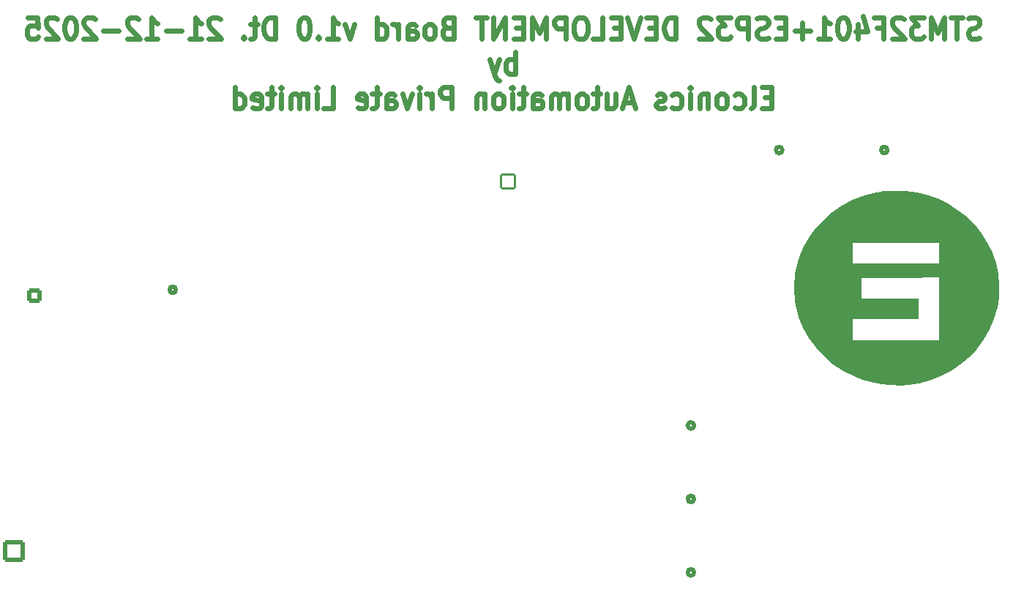
<source format=gbo>
%TF.GenerationSoftware,KiCad,Pcbnew,9.0.3*%
%TF.CreationDate,2025-12-27T22:41:26+05:30*%
%TF.ProjectId,STM32+ESP32,53544d33-322b-4455-9350-33322e6b6963,rev?*%
%TF.SameCoordinates,Original*%
%TF.FileFunction,Legend,Bot*%
%TF.FilePolarity,Positive*%
%FSLAX46Y46*%
G04 Gerber Fmt 4.6, Leading zero omitted, Abs format (unit mm)*
G04 Created by KiCad (PCBNEW 9.0.3) date 2025-12-27 22:41:26*
%MOMM*%
%LPD*%
G01*
G04 APERTURE LIST*
G04 Aperture macros list*
%AMRoundRect*
0 Rectangle with rounded corners*
0 $1 Rounding radius*
0 $2 $3 $4 $5 $6 $7 $8 $9 X,Y pos of 4 corners*
0 Add a 4 corners polygon primitive as box body*
4,1,4,$2,$3,$4,$5,$6,$7,$8,$9,$2,$3,0*
0 Add four circle primitives for the rounded corners*
1,1,$1+$1,$2,$3*
1,1,$1+$1,$4,$5*
1,1,$1+$1,$6,$7*
1,1,$1+$1,$8,$9*
0 Add four rect primitives between the rounded corners*
20,1,$1+$1,$2,$3,$4,$5,0*
20,1,$1+$1,$4,$5,$6,$7,0*
20,1,$1+$1,$6,$7,$8,$9,0*
20,1,$1+$1,$8,$9,$2,$3,0*%
G04 Aperture macros list end*
%ADD10C,0.575000*%
%ADD11C,0.508000*%
%ADD12C,0.000000*%
%ADD13O,1.152400X2.352400*%
%ADD14O,1.152400X1.952400*%
%ADD15R,1.700000X1.700000*%
%ADD16C,1.700000*%
%ADD17C,3.600000*%
%ADD18C,6.400000*%
%ADD19RoundRect,0.102000X0.790000X0.790000X-0.790000X0.790000X-0.790000X-0.790000X0.790000X-0.790000X0*%
%ADD20C,1.784000*%
%ADD21C,1.500000*%
%ADD22C,1.000000*%
%ADD23O,0.890000X1.550000*%
%ADD24O,1.250000X0.950000*%
%ADD25C,1.114000*%
%ADD26RoundRect,0.250000X-1.050000X1.050000X-1.050000X-1.050000X1.050000X-1.050000X1.050000X1.050000X0*%
%ADD27C,2.600000*%
%ADD28RoundRect,0.250000X0.600000X0.600000X-0.600000X0.600000X-0.600000X-0.600000X0.600000X-0.600000X0*%
%ADD29R,2.000000X2.000000*%
%ADD30C,2.000000*%
%ADD31C,1.440000*%
G04 APERTURE END LIST*
D10*
X266790473Y-183995380D02*
X266461902Y-184114427D01*
X266461902Y-184114427D02*
X265914283Y-184114427D01*
X265914283Y-184114427D02*
X265695235Y-183995380D01*
X265695235Y-183995380D02*
X265585711Y-183876332D01*
X265585711Y-183876332D02*
X265476188Y-183638237D01*
X265476188Y-183638237D02*
X265476188Y-183400141D01*
X265476188Y-183400141D02*
X265585711Y-183162046D01*
X265585711Y-183162046D02*
X265695235Y-183042999D01*
X265695235Y-183042999D02*
X265914283Y-182923951D01*
X265914283Y-182923951D02*
X266352378Y-182804903D01*
X266352378Y-182804903D02*
X266571426Y-182685856D01*
X266571426Y-182685856D02*
X266680949Y-182566808D01*
X266680949Y-182566808D02*
X266790473Y-182328713D01*
X266790473Y-182328713D02*
X266790473Y-182090618D01*
X266790473Y-182090618D02*
X266680949Y-181852522D01*
X266680949Y-181852522D02*
X266571426Y-181733475D01*
X266571426Y-181733475D02*
X266352378Y-181614427D01*
X266352378Y-181614427D02*
X265804759Y-181614427D01*
X265804759Y-181614427D02*
X265476188Y-181733475D01*
X264819045Y-181614427D02*
X263504759Y-181614427D01*
X264161902Y-184114427D02*
X264161902Y-181614427D01*
X262738092Y-184114427D02*
X262738092Y-181614427D01*
X262738092Y-181614427D02*
X261971426Y-183400141D01*
X261971426Y-183400141D02*
X261204759Y-181614427D01*
X261204759Y-181614427D02*
X261204759Y-184114427D01*
X260328569Y-181614427D02*
X258904760Y-181614427D01*
X258904760Y-181614427D02*
X259671426Y-182566808D01*
X259671426Y-182566808D02*
X259342855Y-182566808D01*
X259342855Y-182566808D02*
X259123807Y-182685856D01*
X259123807Y-182685856D02*
X259014283Y-182804903D01*
X259014283Y-182804903D02*
X258904760Y-183042999D01*
X258904760Y-183042999D02*
X258904760Y-183638237D01*
X258904760Y-183638237D02*
X259014283Y-183876332D01*
X259014283Y-183876332D02*
X259123807Y-183995380D01*
X259123807Y-183995380D02*
X259342855Y-184114427D01*
X259342855Y-184114427D02*
X259999998Y-184114427D01*
X259999998Y-184114427D02*
X260219045Y-183995380D01*
X260219045Y-183995380D02*
X260328569Y-183876332D01*
X258028569Y-181852522D02*
X257919045Y-181733475D01*
X257919045Y-181733475D02*
X257699998Y-181614427D01*
X257699998Y-181614427D02*
X257152379Y-181614427D01*
X257152379Y-181614427D02*
X256933331Y-181733475D01*
X256933331Y-181733475D02*
X256823807Y-181852522D01*
X256823807Y-181852522D02*
X256714284Y-182090618D01*
X256714284Y-182090618D02*
X256714284Y-182328713D01*
X256714284Y-182328713D02*
X256823807Y-182685856D01*
X256823807Y-182685856D02*
X258138093Y-184114427D01*
X258138093Y-184114427D02*
X256714284Y-184114427D01*
X254961903Y-182804903D02*
X255728569Y-182804903D01*
X255728569Y-184114427D02*
X255728569Y-181614427D01*
X255728569Y-181614427D02*
X254633331Y-181614427D01*
X252771426Y-182447760D02*
X252771426Y-184114427D01*
X253319045Y-181495380D02*
X253866664Y-183281094D01*
X253866664Y-183281094D02*
X252442855Y-183281094D01*
X251128569Y-181614427D02*
X250909522Y-181614427D01*
X250909522Y-181614427D02*
X250690474Y-181733475D01*
X250690474Y-181733475D02*
X250580950Y-181852522D01*
X250580950Y-181852522D02*
X250471426Y-182090618D01*
X250471426Y-182090618D02*
X250361903Y-182566808D01*
X250361903Y-182566808D02*
X250361903Y-183162046D01*
X250361903Y-183162046D02*
X250471426Y-183638237D01*
X250471426Y-183638237D02*
X250580950Y-183876332D01*
X250580950Y-183876332D02*
X250690474Y-183995380D01*
X250690474Y-183995380D02*
X250909522Y-184114427D01*
X250909522Y-184114427D02*
X251128569Y-184114427D01*
X251128569Y-184114427D02*
X251347617Y-183995380D01*
X251347617Y-183995380D02*
X251457141Y-183876332D01*
X251457141Y-183876332D02*
X251566664Y-183638237D01*
X251566664Y-183638237D02*
X251676188Y-183162046D01*
X251676188Y-183162046D02*
X251676188Y-182566808D01*
X251676188Y-182566808D02*
X251566664Y-182090618D01*
X251566664Y-182090618D02*
X251457141Y-181852522D01*
X251457141Y-181852522D02*
X251347617Y-181733475D01*
X251347617Y-181733475D02*
X251128569Y-181614427D01*
X248171427Y-184114427D02*
X249485712Y-184114427D01*
X248828569Y-184114427D02*
X248828569Y-181614427D01*
X248828569Y-181614427D02*
X249047617Y-181971570D01*
X249047617Y-181971570D02*
X249266665Y-182209665D01*
X249266665Y-182209665D02*
X249485712Y-182328713D01*
X247185712Y-183162046D02*
X245433332Y-183162046D01*
X246309522Y-184114427D02*
X246309522Y-182209665D01*
X244338093Y-182804903D02*
X243571427Y-182804903D01*
X243242855Y-184114427D02*
X244338093Y-184114427D01*
X244338093Y-184114427D02*
X244338093Y-181614427D01*
X244338093Y-181614427D02*
X243242855Y-181614427D01*
X242366665Y-183995380D02*
X242038094Y-184114427D01*
X242038094Y-184114427D02*
X241490475Y-184114427D01*
X241490475Y-184114427D02*
X241271427Y-183995380D01*
X241271427Y-183995380D02*
X241161903Y-183876332D01*
X241161903Y-183876332D02*
X241052380Y-183638237D01*
X241052380Y-183638237D02*
X241052380Y-183400141D01*
X241052380Y-183400141D02*
X241161903Y-183162046D01*
X241161903Y-183162046D02*
X241271427Y-183042999D01*
X241271427Y-183042999D02*
X241490475Y-182923951D01*
X241490475Y-182923951D02*
X241928570Y-182804903D01*
X241928570Y-182804903D02*
X242147618Y-182685856D01*
X242147618Y-182685856D02*
X242257141Y-182566808D01*
X242257141Y-182566808D02*
X242366665Y-182328713D01*
X242366665Y-182328713D02*
X242366665Y-182090618D01*
X242366665Y-182090618D02*
X242257141Y-181852522D01*
X242257141Y-181852522D02*
X242147618Y-181733475D01*
X242147618Y-181733475D02*
X241928570Y-181614427D01*
X241928570Y-181614427D02*
X241380951Y-181614427D01*
X241380951Y-181614427D02*
X241052380Y-181733475D01*
X240066665Y-184114427D02*
X240066665Y-181614427D01*
X240066665Y-181614427D02*
X239190475Y-181614427D01*
X239190475Y-181614427D02*
X238971427Y-181733475D01*
X238971427Y-181733475D02*
X238861904Y-181852522D01*
X238861904Y-181852522D02*
X238752380Y-182090618D01*
X238752380Y-182090618D02*
X238752380Y-182447760D01*
X238752380Y-182447760D02*
X238861904Y-182685856D01*
X238861904Y-182685856D02*
X238971427Y-182804903D01*
X238971427Y-182804903D02*
X239190475Y-182923951D01*
X239190475Y-182923951D02*
X240066665Y-182923951D01*
X237985713Y-181614427D02*
X236561904Y-181614427D01*
X236561904Y-181614427D02*
X237328570Y-182566808D01*
X237328570Y-182566808D02*
X236999999Y-182566808D01*
X236999999Y-182566808D02*
X236780951Y-182685856D01*
X236780951Y-182685856D02*
X236671427Y-182804903D01*
X236671427Y-182804903D02*
X236561904Y-183042999D01*
X236561904Y-183042999D02*
X236561904Y-183638237D01*
X236561904Y-183638237D02*
X236671427Y-183876332D01*
X236671427Y-183876332D02*
X236780951Y-183995380D01*
X236780951Y-183995380D02*
X236999999Y-184114427D01*
X236999999Y-184114427D02*
X237657142Y-184114427D01*
X237657142Y-184114427D02*
X237876189Y-183995380D01*
X237876189Y-183995380D02*
X237985713Y-183876332D01*
X235685713Y-181852522D02*
X235576189Y-181733475D01*
X235576189Y-181733475D02*
X235357142Y-181614427D01*
X235357142Y-181614427D02*
X234809523Y-181614427D01*
X234809523Y-181614427D02*
X234590475Y-181733475D01*
X234590475Y-181733475D02*
X234480951Y-181852522D01*
X234480951Y-181852522D02*
X234371428Y-182090618D01*
X234371428Y-182090618D02*
X234371428Y-182328713D01*
X234371428Y-182328713D02*
X234480951Y-182685856D01*
X234480951Y-182685856D02*
X235795237Y-184114427D01*
X235795237Y-184114427D02*
X234371428Y-184114427D01*
X231633332Y-184114427D02*
X231633332Y-181614427D01*
X231633332Y-181614427D02*
X231085713Y-181614427D01*
X231085713Y-181614427D02*
X230757142Y-181733475D01*
X230757142Y-181733475D02*
X230538094Y-181971570D01*
X230538094Y-181971570D02*
X230428571Y-182209665D01*
X230428571Y-182209665D02*
X230319047Y-182685856D01*
X230319047Y-182685856D02*
X230319047Y-183042999D01*
X230319047Y-183042999D02*
X230428571Y-183519189D01*
X230428571Y-183519189D02*
X230538094Y-183757284D01*
X230538094Y-183757284D02*
X230757142Y-183995380D01*
X230757142Y-183995380D02*
X231085713Y-184114427D01*
X231085713Y-184114427D02*
X231633332Y-184114427D01*
X229333332Y-182804903D02*
X228566666Y-182804903D01*
X228238094Y-184114427D02*
X229333332Y-184114427D01*
X229333332Y-184114427D02*
X229333332Y-181614427D01*
X229333332Y-181614427D02*
X228238094Y-181614427D01*
X227580952Y-181614427D02*
X226814285Y-184114427D01*
X226814285Y-184114427D02*
X226047619Y-181614427D01*
X225280951Y-182804903D02*
X224514285Y-182804903D01*
X224185713Y-184114427D02*
X225280951Y-184114427D01*
X225280951Y-184114427D02*
X225280951Y-181614427D01*
X225280951Y-181614427D02*
X224185713Y-181614427D01*
X222104761Y-184114427D02*
X223199999Y-184114427D01*
X223199999Y-184114427D02*
X223199999Y-181614427D01*
X220899999Y-181614427D02*
X220461904Y-181614427D01*
X220461904Y-181614427D02*
X220242856Y-181733475D01*
X220242856Y-181733475D02*
X220023809Y-181971570D01*
X220023809Y-181971570D02*
X219914285Y-182447760D01*
X219914285Y-182447760D02*
X219914285Y-183281094D01*
X219914285Y-183281094D02*
X220023809Y-183757284D01*
X220023809Y-183757284D02*
X220242856Y-183995380D01*
X220242856Y-183995380D02*
X220461904Y-184114427D01*
X220461904Y-184114427D02*
X220899999Y-184114427D01*
X220899999Y-184114427D02*
X221119047Y-183995380D01*
X221119047Y-183995380D02*
X221338094Y-183757284D01*
X221338094Y-183757284D02*
X221447618Y-183281094D01*
X221447618Y-183281094D02*
X221447618Y-182447760D01*
X221447618Y-182447760D02*
X221338094Y-181971570D01*
X221338094Y-181971570D02*
X221119047Y-181733475D01*
X221119047Y-181733475D02*
X220899999Y-181614427D01*
X218928570Y-184114427D02*
X218928570Y-181614427D01*
X218928570Y-181614427D02*
X218052380Y-181614427D01*
X218052380Y-181614427D02*
X217833332Y-181733475D01*
X217833332Y-181733475D02*
X217723809Y-181852522D01*
X217723809Y-181852522D02*
X217614285Y-182090618D01*
X217614285Y-182090618D02*
X217614285Y-182447760D01*
X217614285Y-182447760D02*
X217723809Y-182685856D01*
X217723809Y-182685856D02*
X217833332Y-182804903D01*
X217833332Y-182804903D02*
X218052380Y-182923951D01*
X218052380Y-182923951D02*
X218928570Y-182923951D01*
X216628570Y-184114427D02*
X216628570Y-181614427D01*
X216628570Y-181614427D02*
X215861904Y-183400141D01*
X215861904Y-183400141D02*
X215095237Y-181614427D01*
X215095237Y-181614427D02*
X215095237Y-184114427D01*
X213999999Y-182804903D02*
X213233333Y-182804903D01*
X212904761Y-184114427D02*
X213999999Y-184114427D01*
X213999999Y-184114427D02*
X213999999Y-181614427D01*
X213999999Y-181614427D02*
X212904761Y-181614427D01*
X211919047Y-184114427D02*
X211919047Y-181614427D01*
X211919047Y-181614427D02*
X210604762Y-184114427D01*
X210604762Y-184114427D02*
X210604762Y-181614427D01*
X209838095Y-181614427D02*
X208523809Y-181614427D01*
X209180952Y-184114427D02*
X209180952Y-181614427D01*
X205238095Y-182804903D02*
X204909523Y-182923951D01*
X204909523Y-182923951D02*
X204800000Y-183042999D01*
X204800000Y-183042999D02*
X204690476Y-183281094D01*
X204690476Y-183281094D02*
X204690476Y-183638237D01*
X204690476Y-183638237D02*
X204800000Y-183876332D01*
X204800000Y-183876332D02*
X204909523Y-183995380D01*
X204909523Y-183995380D02*
X205128571Y-184114427D01*
X205128571Y-184114427D02*
X206004761Y-184114427D01*
X206004761Y-184114427D02*
X206004761Y-181614427D01*
X206004761Y-181614427D02*
X205238095Y-181614427D01*
X205238095Y-181614427D02*
X205019047Y-181733475D01*
X205019047Y-181733475D02*
X204909523Y-181852522D01*
X204909523Y-181852522D02*
X204800000Y-182090618D01*
X204800000Y-182090618D02*
X204800000Y-182328713D01*
X204800000Y-182328713D02*
X204909523Y-182566808D01*
X204909523Y-182566808D02*
X205019047Y-182685856D01*
X205019047Y-182685856D02*
X205238095Y-182804903D01*
X205238095Y-182804903D02*
X206004761Y-182804903D01*
X203376190Y-184114427D02*
X203595238Y-183995380D01*
X203595238Y-183995380D02*
X203704761Y-183876332D01*
X203704761Y-183876332D02*
X203814285Y-183638237D01*
X203814285Y-183638237D02*
X203814285Y-182923951D01*
X203814285Y-182923951D02*
X203704761Y-182685856D01*
X203704761Y-182685856D02*
X203595238Y-182566808D01*
X203595238Y-182566808D02*
X203376190Y-182447760D01*
X203376190Y-182447760D02*
X203047619Y-182447760D01*
X203047619Y-182447760D02*
X202828571Y-182566808D01*
X202828571Y-182566808D02*
X202719047Y-182685856D01*
X202719047Y-182685856D02*
X202609523Y-182923951D01*
X202609523Y-182923951D02*
X202609523Y-183638237D01*
X202609523Y-183638237D02*
X202719047Y-183876332D01*
X202719047Y-183876332D02*
X202828571Y-183995380D01*
X202828571Y-183995380D02*
X203047619Y-184114427D01*
X203047619Y-184114427D02*
X203376190Y-184114427D01*
X200638095Y-184114427D02*
X200638095Y-182804903D01*
X200638095Y-182804903D02*
X200747619Y-182566808D01*
X200747619Y-182566808D02*
X200966667Y-182447760D01*
X200966667Y-182447760D02*
X201404762Y-182447760D01*
X201404762Y-182447760D02*
X201623809Y-182566808D01*
X200638095Y-183995380D02*
X200857143Y-184114427D01*
X200857143Y-184114427D02*
X201404762Y-184114427D01*
X201404762Y-184114427D02*
X201623809Y-183995380D01*
X201623809Y-183995380D02*
X201733333Y-183757284D01*
X201733333Y-183757284D02*
X201733333Y-183519189D01*
X201733333Y-183519189D02*
X201623809Y-183281094D01*
X201623809Y-183281094D02*
X201404762Y-183162046D01*
X201404762Y-183162046D02*
X200857143Y-183162046D01*
X200857143Y-183162046D02*
X200638095Y-183042999D01*
X199542857Y-184114427D02*
X199542857Y-182447760D01*
X199542857Y-182923951D02*
X199433334Y-182685856D01*
X199433334Y-182685856D02*
X199323810Y-182566808D01*
X199323810Y-182566808D02*
X199104762Y-182447760D01*
X199104762Y-182447760D02*
X198885715Y-182447760D01*
X197133333Y-184114427D02*
X197133333Y-181614427D01*
X197133333Y-183995380D02*
X197352381Y-184114427D01*
X197352381Y-184114427D02*
X197790476Y-184114427D01*
X197790476Y-184114427D02*
X198009524Y-183995380D01*
X198009524Y-183995380D02*
X198119047Y-183876332D01*
X198119047Y-183876332D02*
X198228571Y-183638237D01*
X198228571Y-183638237D02*
X198228571Y-182923951D01*
X198228571Y-182923951D02*
X198119047Y-182685856D01*
X198119047Y-182685856D02*
X198009524Y-182566808D01*
X198009524Y-182566808D02*
X197790476Y-182447760D01*
X197790476Y-182447760D02*
X197352381Y-182447760D01*
X197352381Y-182447760D02*
X197133333Y-182566808D01*
X194504762Y-182447760D02*
X193957143Y-184114427D01*
X193957143Y-184114427D02*
X193409524Y-182447760D01*
X191328572Y-184114427D02*
X192642857Y-184114427D01*
X191985714Y-184114427D02*
X191985714Y-181614427D01*
X191985714Y-181614427D02*
X192204762Y-181971570D01*
X192204762Y-181971570D02*
X192423810Y-182209665D01*
X192423810Y-182209665D02*
X192642857Y-182328713D01*
X190342857Y-183876332D02*
X190233334Y-183995380D01*
X190233334Y-183995380D02*
X190342857Y-184114427D01*
X190342857Y-184114427D02*
X190452381Y-183995380D01*
X190452381Y-183995380D02*
X190342857Y-183876332D01*
X190342857Y-183876332D02*
X190342857Y-184114427D01*
X188809524Y-181614427D02*
X188590477Y-181614427D01*
X188590477Y-181614427D02*
X188371429Y-181733475D01*
X188371429Y-181733475D02*
X188261905Y-181852522D01*
X188261905Y-181852522D02*
X188152381Y-182090618D01*
X188152381Y-182090618D02*
X188042858Y-182566808D01*
X188042858Y-182566808D02*
X188042858Y-183162046D01*
X188042858Y-183162046D02*
X188152381Y-183638237D01*
X188152381Y-183638237D02*
X188261905Y-183876332D01*
X188261905Y-183876332D02*
X188371429Y-183995380D01*
X188371429Y-183995380D02*
X188590477Y-184114427D01*
X188590477Y-184114427D02*
X188809524Y-184114427D01*
X188809524Y-184114427D02*
X189028572Y-183995380D01*
X189028572Y-183995380D02*
X189138096Y-183876332D01*
X189138096Y-183876332D02*
X189247619Y-183638237D01*
X189247619Y-183638237D02*
X189357143Y-183162046D01*
X189357143Y-183162046D02*
X189357143Y-182566808D01*
X189357143Y-182566808D02*
X189247619Y-182090618D01*
X189247619Y-182090618D02*
X189138096Y-181852522D01*
X189138096Y-181852522D02*
X189028572Y-181733475D01*
X189028572Y-181733475D02*
X188809524Y-181614427D01*
X185304762Y-184114427D02*
X185304762Y-181614427D01*
X185304762Y-181614427D02*
X184757143Y-181614427D01*
X184757143Y-181614427D02*
X184428572Y-181733475D01*
X184428572Y-181733475D02*
X184209524Y-181971570D01*
X184209524Y-181971570D02*
X184100001Y-182209665D01*
X184100001Y-182209665D02*
X183990477Y-182685856D01*
X183990477Y-182685856D02*
X183990477Y-183042999D01*
X183990477Y-183042999D02*
X184100001Y-183519189D01*
X184100001Y-183519189D02*
X184209524Y-183757284D01*
X184209524Y-183757284D02*
X184428572Y-183995380D01*
X184428572Y-183995380D02*
X184757143Y-184114427D01*
X184757143Y-184114427D02*
X185304762Y-184114427D01*
X183333334Y-182447760D02*
X182457143Y-182447760D01*
X183004762Y-181614427D02*
X183004762Y-183757284D01*
X183004762Y-183757284D02*
X182895239Y-183995380D01*
X182895239Y-183995380D02*
X182676191Y-184114427D01*
X182676191Y-184114427D02*
X182457143Y-184114427D01*
X181690476Y-183876332D02*
X181580953Y-183995380D01*
X181580953Y-183995380D02*
X181690476Y-184114427D01*
X181690476Y-184114427D02*
X181800000Y-183995380D01*
X181800000Y-183995380D02*
X181690476Y-183876332D01*
X181690476Y-183876332D02*
X181690476Y-184114427D01*
X178952381Y-181852522D02*
X178842857Y-181733475D01*
X178842857Y-181733475D02*
X178623810Y-181614427D01*
X178623810Y-181614427D02*
X178076191Y-181614427D01*
X178076191Y-181614427D02*
X177857143Y-181733475D01*
X177857143Y-181733475D02*
X177747619Y-181852522D01*
X177747619Y-181852522D02*
X177638096Y-182090618D01*
X177638096Y-182090618D02*
X177638096Y-182328713D01*
X177638096Y-182328713D02*
X177747619Y-182685856D01*
X177747619Y-182685856D02*
X179061905Y-184114427D01*
X179061905Y-184114427D02*
X177638096Y-184114427D01*
X175447620Y-184114427D02*
X176761905Y-184114427D01*
X176104762Y-184114427D02*
X176104762Y-181614427D01*
X176104762Y-181614427D02*
X176323810Y-181971570D01*
X176323810Y-181971570D02*
X176542858Y-182209665D01*
X176542858Y-182209665D02*
X176761905Y-182328713D01*
X174461905Y-183162046D02*
X172709525Y-183162046D01*
X170409525Y-184114427D02*
X171723810Y-184114427D01*
X171066667Y-184114427D02*
X171066667Y-181614427D01*
X171066667Y-181614427D02*
X171285715Y-181971570D01*
X171285715Y-181971570D02*
X171504763Y-182209665D01*
X171504763Y-182209665D02*
X171723810Y-182328713D01*
X169533334Y-181852522D02*
X169423810Y-181733475D01*
X169423810Y-181733475D02*
X169204763Y-181614427D01*
X169204763Y-181614427D02*
X168657144Y-181614427D01*
X168657144Y-181614427D02*
X168438096Y-181733475D01*
X168438096Y-181733475D02*
X168328572Y-181852522D01*
X168328572Y-181852522D02*
X168219049Y-182090618D01*
X168219049Y-182090618D02*
X168219049Y-182328713D01*
X168219049Y-182328713D02*
X168328572Y-182685856D01*
X168328572Y-182685856D02*
X169642858Y-184114427D01*
X169642858Y-184114427D02*
X168219049Y-184114427D01*
X167233334Y-183162046D02*
X165480954Y-183162046D01*
X164495239Y-181852522D02*
X164385715Y-181733475D01*
X164385715Y-181733475D02*
X164166668Y-181614427D01*
X164166668Y-181614427D02*
X163619049Y-181614427D01*
X163619049Y-181614427D02*
X163400001Y-181733475D01*
X163400001Y-181733475D02*
X163290477Y-181852522D01*
X163290477Y-181852522D02*
X163180954Y-182090618D01*
X163180954Y-182090618D02*
X163180954Y-182328713D01*
X163180954Y-182328713D02*
X163290477Y-182685856D01*
X163290477Y-182685856D02*
X164604763Y-184114427D01*
X164604763Y-184114427D02*
X163180954Y-184114427D01*
X161757144Y-181614427D02*
X161538097Y-181614427D01*
X161538097Y-181614427D02*
X161319049Y-181733475D01*
X161319049Y-181733475D02*
X161209525Y-181852522D01*
X161209525Y-181852522D02*
X161100001Y-182090618D01*
X161100001Y-182090618D02*
X160990478Y-182566808D01*
X160990478Y-182566808D02*
X160990478Y-183162046D01*
X160990478Y-183162046D02*
X161100001Y-183638237D01*
X161100001Y-183638237D02*
X161209525Y-183876332D01*
X161209525Y-183876332D02*
X161319049Y-183995380D01*
X161319049Y-183995380D02*
X161538097Y-184114427D01*
X161538097Y-184114427D02*
X161757144Y-184114427D01*
X161757144Y-184114427D02*
X161976192Y-183995380D01*
X161976192Y-183995380D02*
X162085716Y-183876332D01*
X162085716Y-183876332D02*
X162195239Y-183638237D01*
X162195239Y-183638237D02*
X162304763Y-183162046D01*
X162304763Y-183162046D02*
X162304763Y-182566808D01*
X162304763Y-182566808D02*
X162195239Y-182090618D01*
X162195239Y-182090618D02*
X162085716Y-181852522D01*
X162085716Y-181852522D02*
X161976192Y-181733475D01*
X161976192Y-181733475D02*
X161757144Y-181614427D01*
X160114287Y-181852522D02*
X160004763Y-181733475D01*
X160004763Y-181733475D02*
X159785716Y-181614427D01*
X159785716Y-181614427D02*
X159238097Y-181614427D01*
X159238097Y-181614427D02*
X159019049Y-181733475D01*
X159019049Y-181733475D02*
X158909525Y-181852522D01*
X158909525Y-181852522D02*
X158800002Y-182090618D01*
X158800002Y-182090618D02*
X158800002Y-182328713D01*
X158800002Y-182328713D02*
X158909525Y-182685856D01*
X158909525Y-182685856D02*
X160223811Y-184114427D01*
X160223811Y-184114427D02*
X158800002Y-184114427D01*
X156719049Y-181614427D02*
X157814287Y-181614427D01*
X157814287Y-181614427D02*
X157923811Y-182804903D01*
X157923811Y-182804903D02*
X157814287Y-182685856D01*
X157814287Y-182685856D02*
X157595240Y-182566808D01*
X157595240Y-182566808D02*
X157047621Y-182566808D01*
X157047621Y-182566808D02*
X156828573Y-182685856D01*
X156828573Y-182685856D02*
X156719049Y-182804903D01*
X156719049Y-182804903D02*
X156609526Y-183042999D01*
X156609526Y-183042999D02*
X156609526Y-183638237D01*
X156609526Y-183638237D02*
X156719049Y-183876332D01*
X156719049Y-183876332D02*
X156828573Y-183995380D01*
X156828573Y-183995380D02*
X157047621Y-184114427D01*
X157047621Y-184114427D02*
X157595240Y-184114427D01*
X157595240Y-184114427D02*
X157814287Y-183995380D01*
X157814287Y-183995380D02*
X157923811Y-183876332D01*
X213069046Y-188139287D02*
X213069046Y-185639287D01*
X213069046Y-186591668D02*
X212849999Y-186472620D01*
X212849999Y-186472620D02*
X212411904Y-186472620D01*
X212411904Y-186472620D02*
X212192856Y-186591668D01*
X212192856Y-186591668D02*
X212083332Y-186710716D01*
X212083332Y-186710716D02*
X211973808Y-186948811D01*
X211973808Y-186948811D02*
X211973808Y-187663097D01*
X211973808Y-187663097D02*
X212083332Y-187901192D01*
X212083332Y-187901192D02*
X212192856Y-188020240D01*
X212192856Y-188020240D02*
X212411904Y-188139287D01*
X212411904Y-188139287D02*
X212849999Y-188139287D01*
X212849999Y-188139287D02*
X213069046Y-188020240D01*
X211207142Y-186472620D02*
X210659523Y-188139287D01*
X210111904Y-186472620D02*
X210659523Y-188139287D01*
X210659523Y-188139287D02*
X210878571Y-188734525D01*
X210878571Y-188734525D02*
X210988094Y-188853573D01*
X210988094Y-188853573D02*
X211207142Y-188972620D01*
X242749999Y-190854623D02*
X241983333Y-190854623D01*
X241654761Y-192164147D02*
X242749999Y-192164147D01*
X242749999Y-192164147D02*
X242749999Y-189664147D01*
X242749999Y-189664147D02*
X241654761Y-189664147D01*
X240340476Y-192164147D02*
X240559524Y-192045100D01*
X240559524Y-192045100D02*
X240669047Y-191807004D01*
X240669047Y-191807004D02*
X240669047Y-189664147D01*
X238478571Y-192045100D02*
X238697619Y-192164147D01*
X238697619Y-192164147D02*
X239135714Y-192164147D01*
X239135714Y-192164147D02*
X239354762Y-192045100D01*
X239354762Y-192045100D02*
X239464285Y-191926052D01*
X239464285Y-191926052D02*
X239573809Y-191687957D01*
X239573809Y-191687957D02*
X239573809Y-190973671D01*
X239573809Y-190973671D02*
X239464285Y-190735576D01*
X239464285Y-190735576D02*
X239354762Y-190616528D01*
X239354762Y-190616528D02*
X239135714Y-190497480D01*
X239135714Y-190497480D02*
X238697619Y-190497480D01*
X238697619Y-190497480D02*
X238478571Y-190616528D01*
X237164285Y-192164147D02*
X237383333Y-192045100D01*
X237383333Y-192045100D02*
X237492856Y-191926052D01*
X237492856Y-191926052D02*
X237602380Y-191687957D01*
X237602380Y-191687957D02*
X237602380Y-190973671D01*
X237602380Y-190973671D02*
X237492856Y-190735576D01*
X237492856Y-190735576D02*
X237383333Y-190616528D01*
X237383333Y-190616528D02*
X237164285Y-190497480D01*
X237164285Y-190497480D02*
X236835714Y-190497480D01*
X236835714Y-190497480D02*
X236616666Y-190616528D01*
X236616666Y-190616528D02*
X236507142Y-190735576D01*
X236507142Y-190735576D02*
X236397618Y-190973671D01*
X236397618Y-190973671D02*
X236397618Y-191687957D01*
X236397618Y-191687957D02*
X236507142Y-191926052D01*
X236507142Y-191926052D02*
X236616666Y-192045100D01*
X236616666Y-192045100D02*
X236835714Y-192164147D01*
X236835714Y-192164147D02*
X237164285Y-192164147D01*
X235411904Y-190497480D02*
X235411904Y-192164147D01*
X235411904Y-190735576D02*
X235302381Y-190616528D01*
X235302381Y-190616528D02*
X235083333Y-190497480D01*
X235083333Y-190497480D02*
X234754762Y-190497480D01*
X234754762Y-190497480D02*
X234535714Y-190616528D01*
X234535714Y-190616528D02*
X234426190Y-190854623D01*
X234426190Y-190854623D02*
X234426190Y-192164147D01*
X233330952Y-192164147D02*
X233330952Y-190497480D01*
X233330952Y-189664147D02*
X233440476Y-189783195D01*
X233440476Y-189783195D02*
X233330952Y-189902242D01*
X233330952Y-189902242D02*
X233221429Y-189783195D01*
X233221429Y-189783195D02*
X233330952Y-189664147D01*
X233330952Y-189664147D02*
X233330952Y-189902242D01*
X231250000Y-192045100D02*
X231469048Y-192164147D01*
X231469048Y-192164147D02*
X231907143Y-192164147D01*
X231907143Y-192164147D02*
X232126191Y-192045100D01*
X232126191Y-192045100D02*
X232235714Y-191926052D01*
X232235714Y-191926052D02*
X232345238Y-191687957D01*
X232345238Y-191687957D02*
X232345238Y-190973671D01*
X232345238Y-190973671D02*
X232235714Y-190735576D01*
X232235714Y-190735576D02*
X232126191Y-190616528D01*
X232126191Y-190616528D02*
X231907143Y-190497480D01*
X231907143Y-190497480D02*
X231469048Y-190497480D01*
X231469048Y-190497480D02*
X231250000Y-190616528D01*
X230373809Y-192045100D02*
X230154762Y-192164147D01*
X230154762Y-192164147D02*
X229716666Y-192164147D01*
X229716666Y-192164147D02*
X229497619Y-192045100D01*
X229497619Y-192045100D02*
X229388095Y-191807004D01*
X229388095Y-191807004D02*
X229388095Y-191687957D01*
X229388095Y-191687957D02*
X229497619Y-191449861D01*
X229497619Y-191449861D02*
X229716666Y-191330814D01*
X229716666Y-191330814D02*
X230045238Y-191330814D01*
X230045238Y-191330814D02*
X230264285Y-191211766D01*
X230264285Y-191211766D02*
X230373809Y-190973671D01*
X230373809Y-190973671D02*
X230373809Y-190854623D01*
X230373809Y-190854623D02*
X230264285Y-190616528D01*
X230264285Y-190616528D02*
X230045238Y-190497480D01*
X230045238Y-190497480D02*
X229716666Y-190497480D01*
X229716666Y-190497480D02*
X229497619Y-190616528D01*
X226759523Y-191449861D02*
X225664285Y-191449861D01*
X226978571Y-192164147D02*
X226211904Y-189664147D01*
X226211904Y-189664147D02*
X225445238Y-192164147D01*
X223692856Y-190497480D02*
X223692856Y-192164147D01*
X224678570Y-190497480D02*
X224678570Y-191807004D01*
X224678570Y-191807004D02*
X224569047Y-192045100D01*
X224569047Y-192045100D02*
X224349999Y-192164147D01*
X224349999Y-192164147D02*
X224021428Y-192164147D01*
X224021428Y-192164147D02*
X223802380Y-192045100D01*
X223802380Y-192045100D02*
X223692856Y-191926052D01*
X222926190Y-190497480D02*
X222049999Y-190497480D01*
X222597618Y-189664147D02*
X222597618Y-191807004D01*
X222597618Y-191807004D02*
X222488095Y-192045100D01*
X222488095Y-192045100D02*
X222269047Y-192164147D01*
X222269047Y-192164147D02*
X222049999Y-192164147D01*
X220954761Y-192164147D02*
X221173809Y-192045100D01*
X221173809Y-192045100D02*
X221283332Y-191926052D01*
X221283332Y-191926052D02*
X221392856Y-191687957D01*
X221392856Y-191687957D02*
X221392856Y-190973671D01*
X221392856Y-190973671D02*
X221283332Y-190735576D01*
X221283332Y-190735576D02*
X221173809Y-190616528D01*
X221173809Y-190616528D02*
X220954761Y-190497480D01*
X220954761Y-190497480D02*
X220626190Y-190497480D01*
X220626190Y-190497480D02*
X220407142Y-190616528D01*
X220407142Y-190616528D02*
X220297618Y-190735576D01*
X220297618Y-190735576D02*
X220188094Y-190973671D01*
X220188094Y-190973671D02*
X220188094Y-191687957D01*
X220188094Y-191687957D02*
X220297618Y-191926052D01*
X220297618Y-191926052D02*
X220407142Y-192045100D01*
X220407142Y-192045100D02*
X220626190Y-192164147D01*
X220626190Y-192164147D02*
X220954761Y-192164147D01*
X219202380Y-192164147D02*
X219202380Y-190497480D01*
X219202380Y-190735576D02*
X219092857Y-190616528D01*
X219092857Y-190616528D02*
X218873809Y-190497480D01*
X218873809Y-190497480D02*
X218545238Y-190497480D01*
X218545238Y-190497480D02*
X218326190Y-190616528D01*
X218326190Y-190616528D02*
X218216666Y-190854623D01*
X218216666Y-190854623D02*
X218216666Y-192164147D01*
X218216666Y-190854623D02*
X218107142Y-190616528D01*
X218107142Y-190616528D02*
X217888095Y-190497480D01*
X217888095Y-190497480D02*
X217559523Y-190497480D01*
X217559523Y-190497480D02*
X217340476Y-190616528D01*
X217340476Y-190616528D02*
X217230952Y-190854623D01*
X217230952Y-190854623D02*
X217230952Y-192164147D01*
X215149999Y-192164147D02*
X215149999Y-190854623D01*
X215149999Y-190854623D02*
X215259523Y-190616528D01*
X215259523Y-190616528D02*
X215478571Y-190497480D01*
X215478571Y-190497480D02*
X215916666Y-190497480D01*
X215916666Y-190497480D02*
X216135713Y-190616528D01*
X215149999Y-192045100D02*
X215369047Y-192164147D01*
X215369047Y-192164147D02*
X215916666Y-192164147D01*
X215916666Y-192164147D02*
X216135713Y-192045100D01*
X216135713Y-192045100D02*
X216245237Y-191807004D01*
X216245237Y-191807004D02*
X216245237Y-191568909D01*
X216245237Y-191568909D02*
X216135713Y-191330814D01*
X216135713Y-191330814D02*
X215916666Y-191211766D01*
X215916666Y-191211766D02*
X215369047Y-191211766D01*
X215369047Y-191211766D02*
X215149999Y-191092719D01*
X214383333Y-190497480D02*
X213507142Y-190497480D01*
X214054761Y-189664147D02*
X214054761Y-191807004D01*
X214054761Y-191807004D02*
X213945238Y-192045100D01*
X213945238Y-192045100D02*
X213726190Y-192164147D01*
X213726190Y-192164147D02*
X213507142Y-192164147D01*
X212740475Y-192164147D02*
X212740475Y-190497480D01*
X212740475Y-189664147D02*
X212849999Y-189783195D01*
X212849999Y-189783195D02*
X212740475Y-189902242D01*
X212740475Y-189902242D02*
X212630952Y-189783195D01*
X212630952Y-189783195D02*
X212740475Y-189664147D01*
X212740475Y-189664147D02*
X212740475Y-189902242D01*
X211316666Y-192164147D02*
X211535714Y-192045100D01*
X211535714Y-192045100D02*
X211645237Y-191926052D01*
X211645237Y-191926052D02*
X211754761Y-191687957D01*
X211754761Y-191687957D02*
X211754761Y-190973671D01*
X211754761Y-190973671D02*
X211645237Y-190735576D01*
X211645237Y-190735576D02*
X211535714Y-190616528D01*
X211535714Y-190616528D02*
X211316666Y-190497480D01*
X211316666Y-190497480D02*
X210988095Y-190497480D01*
X210988095Y-190497480D02*
X210769047Y-190616528D01*
X210769047Y-190616528D02*
X210659523Y-190735576D01*
X210659523Y-190735576D02*
X210549999Y-190973671D01*
X210549999Y-190973671D02*
X210549999Y-191687957D01*
X210549999Y-191687957D02*
X210659523Y-191926052D01*
X210659523Y-191926052D02*
X210769047Y-192045100D01*
X210769047Y-192045100D02*
X210988095Y-192164147D01*
X210988095Y-192164147D02*
X211316666Y-192164147D01*
X209564285Y-190497480D02*
X209564285Y-192164147D01*
X209564285Y-190735576D02*
X209454762Y-190616528D01*
X209454762Y-190616528D02*
X209235714Y-190497480D01*
X209235714Y-190497480D02*
X208907143Y-190497480D01*
X208907143Y-190497480D02*
X208688095Y-190616528D01*
X208688095Y-190616528D02*
X208578571Y-190854623D01*
X208578571Y-190854623D02*
X208578571Y-192164147D01*
X205730952Y-192164147D02*
X205730952Y-189664147D01*
X205730952Y-189664147D02*
X204854762Y-189664147D01*
X204854762Y-189664147D02*
X204635714Y-189783195D01*
X204635714Y-189783195D02*
X204526191Y-189902242D01*
X204526191Y-189902242D02*
X204416667Y-190140338D01*
X204416667Y-190140338D02*
X204416667Y-190497480D01*
X204416667Y-190497480D02*
X204526191Y-190735576D01*
X204526191Y-190735576D02*
X204635714Y-190854623D01*
X204635714Y-190854623D02*
X204854762Y-190973671D01*
X204854762Y-190973671D02*
X205730952Y-190973671D01*
X203430952Y-192164147D02*
X203430952Y-190497480D01*
X203430952Y-190973671D02*
X203321429Y-190735576D01*
X203321429Y-190735576D02*
X203211905Y-190616528D01*
X203211905Y-190616528D02*
X202992857Y-190497480D01*
X202992857Y-190497480D02*
X202773810Y-190497480D01*
X202007142Y-192164147D02*
X202007142Y-190497480D01*
X202007142Y-189664147D02*
X202116666Y-189783195D01*
X202116666Y-189783195D02*
X202007142Y-189902242D01*
X202007142Y-189902242D02*
X201897619Y-189783195D01*
X201897619Y-189783195D02*
X202007142Y-189664147D01*
X202007142Y-189664147D02*
X202007142Y-189902242D01*
X201130952Y-190497480D02*
X200583333Y-192164147D01*
X200583333Y-192164147D02*
X200035714Y-190497480D01*
X198173809Y-192164147D02*
X198173809Y-190854623D01*
X198173809Y-190854623D02*
X198283333Y-190616528D01*
X198283333Y-190616528D02*
X198502381Y-190497480D01*
X198502381Y-190497480D02*
X198940476Y-190497480D01*
X198940476Y-190497480D02*
X199159523Y-190616528D01*
X198173809Y-192045100D02*
X198392857Y-192164147D01*
X198392857Y-192164147D02*
X198940476Y-192164147D01*
X198940476Y-192164147D02*
X199159523Y-192045100D01*
X199159523Y-192045100D02*
X199269047Y-191807004D01*
X199269047Y-191807004D02*
X199269047Y-191568909D01*
X199269047Y-191568909D02*
X199159523Y-191330814D01*
X199159523Y-191330814D02*
X198940476Y-191211766D01*
X198940476Y-191211766D02*
X198392857Y-191211766D01*
X198392857Y-191211766D02*
X198173809Y-191092719D01*
X197407143Y-190497480D02*
X196530952Y-190497480D01*
X197078571Y-189664147D02*
X197078571Y-191807004D01*
X197078571Y-191807004D02*
X196969048Y-192045100D01*
X196969048Y-192045100D02*
X196750000Y-192164147D01*
X196750000Y-192164147D02*
X196530952Y-192164147D01*
X194888095Y-192045100D02*
X195107143Y-192164147D01*
X195107143Y-192164147D02*
X195545238Y-192164147D01*
X195545238Y-192164147D02*
X195764285Y-192045100D01*
X195764285Y-192045100D02*
X195873809Y-191807004D01*
X195873809Y-191807004D02*
X195873809Y-190854623D01*
X195873809Y-190854623D02*
X195764285Y-190616528D01*
X195764285Y-190616528D02*
X195545238Y-190497480D01*
X195545238Y-190497480D02*
X195107143Y-190497480D01*
X195107143Y-190497480D02*
X194888095Y-190616528D01*
X194888095Y-190616528D02*
X194778571Y-190854623D01*
X194778571Y-190854623D02*
X194778571Y-191092719D01*
X194778571Y-191092719D02*
X195873809Y-191330814D01*
X190945237Y-192164147D02*
X192040475Y-192164147D01*
X192040475Y-192164147D02*
X192040475Y-189664147D01*
X190178570Y-192164147D02*
X190178570Y-190497480D01*
X190178570Y-189664147D02*
X190288094Y-189783195D01*
X190288094Y-189783195D02*
X190178570Y-189902242D01*
X190178570Y-189902242D02*
X190069047Y-189783195D01*
X190069047Y-189783195D02*
X190178570Y-189664147D01*
X190178570Y-189664147D02*
X190178570Y-189902242D01*
X189083332Y-192164147D02*
X189083332Y-190497480D01*
X189083332Y-190735576D02*
X188973809Y-190616528D01*
X188973809Y-190616528D02*
X188754761Y-190497480D01*
X188754761Y-190497480D02*
X188426190Y-190497480D01*
X188426190Y-190497480D02*
X188207142Y-190616528D01*
X188207142Y-190616528D02*
X188097618Y-190854623D01*
X188097618Y-190854623D02*
X188097618Y-192164147D01*
X188097618Y-190854623D02*
X187988094Y-190616528D01*
X187988094Y-190616528D02*
X187769047Y-190497480D01*
X187769047Y-190497480D02*
X187440475Y-190497480D01*
X187440475Y-190497480D02*
X187221428Y-190616528D01*
X187221428Y-190616528D02*
X187111904Y-190854623D01*
X187111904Y-190854623D02*
X187111904Y-192164147D01*
X186016665Y-192164147D02*
X186016665Y-190497480D01*
X186016665Y-189664147D02*
X186126189Y-189783195D01*
X186126189Y-189783195D02*
X186016665Y-189902242D01*
X186016665Y-189902242D02*
X185907142Y-189783195D01*
X185907142Y-189783195D02*
X186016665Y-189664147D01*
X186016665Y-189664147D02*
X186016665Y-189902242D01*
X185249999Y-190497480D02*
X184373808Y-190497480D01*
X184921427Y-189664147D02*
X184921427Y-191807004D01*
X184921427Y-191807004D02*
X184811904Y-192045100D01*
X184811904Y-192045100D02*
X184592856Y-192164147D01*
X184592856Y-192164147D02*
X184373808Y-192164147D01*
X182730951Y-192045100D02*
X182949999Y-192164147D01*
X182949999Y-192164147D02*
X183388094Y-192164147D01*
X183388094Y-192164147D02*
X183607141Y-192045100D01*
X183607141Y-192045100D02*
X183716665Y-191807004D01*
X183716665Y-191807004D02*
X183716665Y-190854623D01*
X183716665Y-190854623D02*
X183607141Y-190616528D01*
X183607141Y-190616528D02*
X183388094Y-190497480D01*
X183388094Y-190497480D02*
X182949999Y-190497480D01*
X182949999Y-190497480D02*
X182730951Y-190616528D01*
X182730951Y-190616528D02*
X182621427Y-190854623D01*
X182621427Y-190854623D02*
X182621427Y-191092719D01*
X182621427Y-191092719D02*
X183716665Y-191330814D01*
X180649998Y-192164147D02*
X180649998Y-189664147D01*
X180649998Y-192045100D02*
X180869046Y-192164147D01*
X180869046Y-192164147D02*
X181307141Y-192164147D01*
X181307141Y-192164147D02*
X181526189Y-192045100D01*
X181526189Y-192045100D02*
X181635712Y-191926052D01*
X181635712Y-191926052D02*
X181745236Y-191687957D01*
X181745236Y-191687957D02*
X181745236Y-190973671D01*
X181745236Y-190973671D02*
X181635712Y-190735576D01*
X181635712Y-190735576D02*
X181526189Y-190616528D01*
X181526189Y-190616528D02*
X181307141Y-190497480D01*
X181307141Y-190497480D02*
X180869046Y-190497480D01*
X180869046Y-190497480D02*
X180649998Y-190616528D01*
D11*
%TO.C,SW8*%
X233800000Y-237350000D02*
G75*
G02*
X233038000Y-237350000I-381000J0D01*
G01*
X233038000Y-237350000D02*
G75*
G02*
X233800000Y-237350000I381000J0D01*
G01*
%TO.C,SW5*%
X244012301Y-196981000D02*
G75*
G02*
X243250301Y-196981000I-381000J0D01*
G01*
X243250301Y-196981000D02*
G75*
G02*
X244012301Y-196981000I381000J0D01*
G01*
%TO.C,SW9*%
X233800000Y-245850000D02*
G75*
G02*
X233038000Y-245850000I-381000J0D01*
G01*
X233038000Y-245850000D02*
G75*
G02*
X233800000Y-245850000I381000J0D01*
G01*
%TO.C,SW6*%
X233800000Y-228850000D02*
G75*
G02*
X233038000Y-228850000I-381000J0D01*
G01*
X233038000Y-228850000D02*
G75*
G02*
X233800000Y-228850000I381000J0D01*
G01*
%TO.C,SW2*%
X173862000Y-213150000D02*
G75*
G02*
X173100000Y-213150000I-381000J0D01*
G01*
X173100000Y-213150000D02*
G75*
G02*
X173862000Y-213150000I381000J0D01*
G01*
%TO.C,SW7*%
X256166503Y-196981000D02*
G75*
G02*
X255404503Y-196981000I-381000J0D01*
G01*
X255404503Y-196981000D02*
G75*
G02*
X256166503Y-196981000I381000J0D01*
G01*
D12*
%TO.C,G\u002A\u002A\u002A*%
G36*
X268716573Y-210056565D02*
G01*
X268988852Y-211317617D01*
X269108146Y-212619735D01*
X269066997Y-213953384D01*
X269066191Y-213962107D01*
X268861368Y-215258516D01*
X268837076Y-215342036D01*
X268492689Y-216526073D01*
X267964594Y-217754438D01*
X267281526Y-218933268D01*
X266447924Y-220052223D01*
X266413388Y-220093297D01*
X265550060Y-220990912D01*
X264558687Y-221804762D01*
X263464226Y-222521850D01*
X262291637Y-223129179D01*
X261065875Y-223613752D01*
X259811899Y-223962572D01*
X258554667Y-224162643D01*
X257740869Y-224211202D01*
X256575976Y-224188769D01*
X255403954Y-224068575D01*
X254276935Y-223856552D01*
X253247049Y-223558633D01*
X252272182Y-223172860D01*
X251000425Y-222523521D01*
X249839268Y-221751328D01*
X248794314Y-220862555D01*
X247871165Y-219863480D01*
X247075423Y-218760377D01*
X246412690Y-217559523D01*
X245999479Y-216540666D01*
X252120001Y-216540666D01*
X252120001Y-217768333D01*
X252120001Y-218995999D01*
X257115334Y-218995999D01*
X262110667Y-218995999D01*
X262110667Y-215342036D01*
X262110667Y-211688073D01*
X260700145Y-211743703D01*
X260443422Y-211752353D01*
X259922323Y-211765043D01*
X259284664Y-211776322D01*
X258562664Y-211785790D01*
X257788543Y-211793047D01*
X256994519Y-211797695D01*
X256212812Y-211799333D01*
X253136001Y-211799333D01*
X253136001Y-212984666D01*
X253136001Y-214169999D01*
X256438001Y-214169999D01*
X259740001Y-214169999D01*
X259740001Y-215355333D01*
X259740001Y-216540666D01*
X255930001Y-216540666D01*
X252120001Y-216540666D01*
X245999479Y-216540666D01*
X245888569Y-216267194D01*
X245508662Y-214889666D01*
X245499508Y-214843838D01*
X245454410Y-214492122D01*
X245422422Y-214021124D01*
X245403563Y-213472002D01*
X245397853Y-212885912D01*
X245405309Y-212304009D01*
X245425951Y-211767452D01*
X245459798Y-211317397D01*
X245506869Y-210994999D01*
X245523606Y-210920062D01*
X245797598Y-209923258D01*
X246160775Y-208916859D01*
X246581508Y-207989333D01*
X246725507Y-207735333D01*
X252120001Y-207735333D01*
X252120001Y-208920666D01*
X252120001Y-210105999D01*
X257115334Y-210105999D01*
X262110667Y-210105999D01*
X262110667Y-208920666D01*
X262110667Y-207735333D01*
X257115334Y-207735333D01*
X252120001Y-207735333D01*
X246725507Y-207735333D01*
X247050469Y-207162132D01*
X247835189Y-206062654D01*
X248746237Y-205066277D01*
X249773879Y-204180183D01*
X250908381Y-203411558D01*
X252140011Y-202767586D01*
X253459033Y-202255451D01*
X254855716Y-201882336D01*
X255009294Y-201852351D01*
X255707985Y-201757737D01*
X256505387Y-201702967D01*
X257348844Y-201688042D01*
X258185695Y-201712962D01*
X258963284Y-201777727D01*
X259628953Y-201882336D01*
X260612159Y-202128806D01*
X261925734Y-202591068D01*
X263153437Y-203180234D01*
X264287813Y-203886766D01*
X265321403Y-204701128D01*
X266246750Y-205613781D01*
X267056398Y-206615189D01*
X267742889Y-207695814D01*
X268298767Y-208846119D01*
X268324498Y-208920666D01*
X268716573Y-210056565D01*
G37*
%TD*%
%LPC*%
D13*
%TO.C,J1*%
X171680000Y-298125000D03*
X180320000Y-298125000D03*
D14*
X171680000Y-294125000D03*
X180320000Y-294125000D03*
%TD*%
D15*
%TO.C,J22*%
X238950000Y-274225000D03*
D16*
X241490000Y-274225000D03*
X244030000Y-274225000D03*
X246570000Y-274225000D03*
%TD*%
D15*
%TO.C,J6*%
X156960000Y-275900000D03*
D16*
X159500000Y-275900000D03*
X162040000Y-275900000D03*
%TD*%
D15*
%TO.C,J2*%
X157000000Y-272000000D03*
D16*
X159540000Y-272000000D03*
X162080000Y-272000000D03*
%TD*%
D15*
%TO.C,J8*%
X214550000Y-215525000D03*
D16*
X212010000Y-215525000D03*
X209470000Y-215525000D03*
X206930000Y-215525000D03*
X204390000Y-215525000D03*
X201850000Y-215525000D03*
X199310000Y-215525000D03*
X196770000Y-215525000D03*
X194230000Y-215525000D03*
X191690000Y-215525000D03*
X189150000Y-215525000D03*
X186610000Y-215525000D03*
X184070000Y-215525000D03*
X181530000Y-215525000D03*
X178990000Y-215525000D03*
X176450000Y-215525000D03*
%TD*%
D17*
%TO.C,H2*%
X154500000Y-295500000D03*
D18*
X154500000Y-295500000D03*
%TD*%
D15*
%TO.C,J14*%
X167225000Y-220750000D03*
D16*
X167225000Y-223290000D03*
%TD*%
D15*
%TO.C,J18*%
X156300000Y-230365000D03*
D16*
X156300000Y-227825000D03*
X156300000Y-225285000D03*
X156300000Y-222745000D03*
%TD*%
D19*
%TO.C,S1*%
X212270000Y-200590000D03*
D20*
X212270000Y-208210000D03*
X209730000Y-200590000D03*
X209730000Y-208210000D03*
%TD*%
D21*
%TO.C,Y2*%
X194560000Y-223900000D03*
X199440000Y-223900000D03*
%TD*%
D22*
%TO.C,J10*%
X269250000Y-270600000D03*
X269250000Y-262600000D03*
%TD*%
D15*
%TO.C,J19*%
X269700000Y-184590000D03*
D16*
X269700000Y-182050000D03*
%TD*%
D17*
%TO.C,H4*%
X270500000Y-169500000D03*
D18*
X270500000Y-169500000D03*
%TD*%
D15*
%TO.C,J20*%
X246675000Y-269400000D03*
D16*
X244135000Y-269400000D03*
%TD*%
D23*
%TO.C,J5*%
X193500000Y-298000000D03*
D24*
X194500000Y-295300000D03*
X199500000Y-295300000D03*
D23*
X200500000Y-298000000D03*
%TD*%
D15*
%TO.C,J13*%
X237375000Y-227425000D03*
D16*
X237375000Y-224885000D03*
X237375000Y-222345000D03*
X237375000Y-219805000D03*
X237375000Y-217265000D03*
X237375000Y-214725000D03*
%TD*%
D17*
%TO.C,H3*%
X270500000Y-295500000D03*
D18*
X270500000Y-295500000D03*
%TD*%
D15*
%TO.C,J23*%
X268600000Y-204680000D03*
D16*
X268600000Y-202140000D03*
X268600000Y-199600000D03*
X268600000Y-197060000D03*
%TD*%
D25*
%TO.C,Y1*%
X211565000Y-219127500D03*
X212835000Y-219127500D03*
%TD*%
D15*
%TO.C,J15*%
X161300000Y-230440000D03*
D16*
X161300000Y-227900000D03*
X161300000Y-225360000D03*
X161300000Y-222820000D03*
%TD*%
D26*
%TO.C,J16*%
X155127500Y-243355000D03*
D27*
X155127500Y-248435000D03*
%TD*%
D15*
%TO.C,J3*%
X157000000Y-264200000D03*
D16*
X159540000Y-264200000D03*
X162080000Y-264200000D03*
%TD*%
D15*
%TO.C,J12*%
X174800000Y-247700000D03*
D16*
X174800000Y-250240000D03*
%TD*%
D15*
%TO.C,J11*%
X226600000Y-221425000D03*
D16*
X226600000Y-218885000D03*
X226600000Y-216345000D03*
%TD*%
D15*
%TO.C,J7*%
X171090000Y-220950000D03*
D16*
X171090000Y-223490000D03*
X171090000Y-226030000D03*
X171090000Y-228570000D03*
X171090000Y-231110000D03*
X171090000Y-233650000D03*
X171090000Y-236190000D03*
X171090000Y-238730000D03*
X171090000Y-241270000D03*
X171090000Y-243810000D03*
X171090000Y-246350000D03*
X171090000Y-248890000D03*
X171090000Y-251430000D03*
X171090000Y-253970000D03*
X171090000Y-256510000D03*
X171090000Y-259050000D03*
%TD*%
D28*
%TO.C,J17*%
X157440000Y-213840000D03*
D16*
X154900000Y-213840000D03*
X157440000Y-211300000D03*
X154900000Y-211300000D03*
X157440000Y-208760000D03*
X154900000Y-208760000D03*
X157440000Y-206220000D03*
X154900000Y-206220000D03*
X157440000Y-203680000D03*
X154900000Y-203680000D03*
X157440000Y-201140000D03*
X154900000Y-201140000D03*
X157440000Y-198600000D03*
X154900000Y-198600000D03*
X157440000Y-196060000D03*
X154900000Y-196060000D03*
X157440000Y-193520000D03*
X154900000Y-193520000D03*
X157440000Y-190980000D03*
X154900000Y-190980000D03*
%TD*%
D15*
%TO.C,J21*%
X166000000Y-177850000D03*
D16*
X166000000Y-175310000D03*
X166000000Y-172770000D03*
X166000000Y-170230000D03*
%TD*%
D15*
%TO.C,J4*%
X157000000Y-268100000D03*
D16*
X159540000Y-268100000D03*
X162080000Y-268100000D03*
%TD*%
D15*
%TO.C,J9*%
X219115000Y-220950000D03*
D16*
X219115000Y-223490000D03*
X219115000Y-226030000D03*
X219115000Y-228570000D03*
X219115000Y-231110000D03*
X219115000Y-233650000D03*
X219115000Y-236190000D03*
X219115000Y-238730000D03*
X219115000Y-241270000D03*
X219115000Y-243810000D03*
X219115000Y-246350000D03*
X219115000Y-248890000D03*
X219115000Y-251430000D03*
X219115000Y-253970000D03*
X219115000Y-256510000D03*
X219115000Y-259050000D03*
%TD*%
D17*
%TO.C,H1*%
X154500000Y-169500000D03*
D18*
X154500000Y-169500000D03*
%TD*%
D29*
%TO.C,BZ1*%
X201300000Y-205500000D03*
D30*
X193700000Y-205500000D03*
%TD*%
D31*
%TO.C,RV2*%
X231590000Y-221440000D03*
X231590000Y-218900000D03*
X231590000Y-216360000D03*
%TD*%
%LPD*%
M02*

</source>
